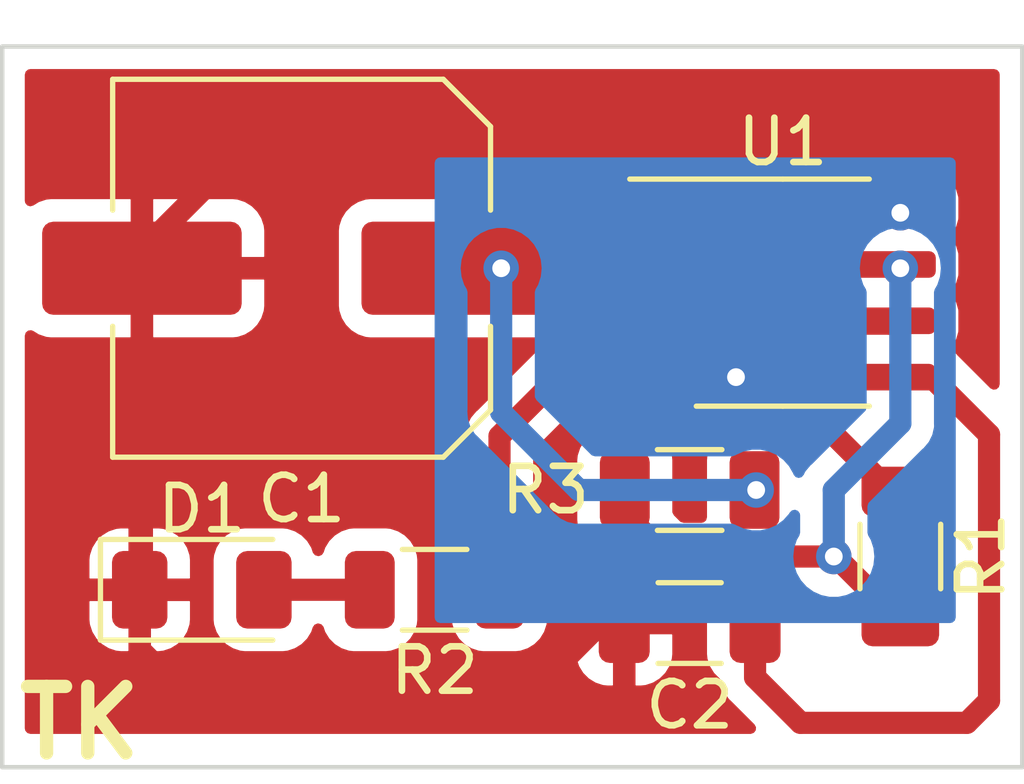
<source format=kicad_pcb>
(kicad_pcb (version 20211014) (generator pcbnew)
  (layers (0 "F.Cu" signal) (31 "B.Cu" signal) (34 "B.Paste" user) (35 "F.Paste" user) (36 "B.SilkS" user "B.Silkscreen") (37 "F.SilkS" user "F.Silkscreen") (38 "B.Mask" user) (39 "F.Mask" user) (44 "Edge.Cuts" user))
  (net 0 "")
  (net 1 "Net-(C1-Pad1)")
  (net 2 "GND")
  (net 3 "Net-(C2-Pad1)")
  (net 4 "Net-(D1-Pad2)")
  (net 5 "+9V")
  (net 6 "Net-(R1-Pad2)")
  (net 7 "Net-(R2-Pad1)")
  (footprint "Capacitor_SMD:C_1206_3216Metric" (layer "F.Cu") (at 139.25 96.25 180)
    (fp_text reference "C2" (at 0 -1.85) (layer "F.SilkS"))
    (fp_text value "C")
    (fp_line (start -0.711252 -0.91) (end 0.711252 -0.91) (layer "F.SilkS") (width 0.12))
    (fp_line (start -0.711252 0.91) (end 0.711252 0.91) (layer "F.SilkS") (width 0.12))
    (pad "1" smd roundrect (at -1.475 0 180) (size 1.15 1.8) (layers "F.Cu" "F.Paste" "F.Mask") (roundrect_rratio 0.2173913043) (net 3 "Net-(C2-Pad1)"))
    (pad "2" smd roundrect (at 1.475 0 180) (size 1.15 1.8) (layers "F.Cu" "F.Paste" "F.Mask") (roundrect_rratio 0.2173913043) (net 2 "GND"))
  )
  (footprint "LED_SMD:LED_1206_3216Metric" (layer "F.Cu") (at 128.25 95.5)
    (fp_text reference "D1" (at 0 -1.82) (layer "F.SilkS"))
    (fp_text value "LED")
    (fp_line (start 1.6 -1.135) (end -2.285 -1.135) (layer "F.SilkS") (width 0.12))
    (fp_line (start -2.285 1.135) (end 1.6 1.135) (layer "F.SilkS") (width 0.12))
    (fp_line (start -2.285 -1.135) (end -2.285 1.135) (layer "F.SilkS") (width 0.12))
    (pad "1" smd roundrect (at -1.4 0) (size 1.25 1.75) (layers "F.Cu" "F.Paste" "F.Mask") (roundrect_rratio 0.2) (net 2 "GND"))
    (pad "2" smd roundrect (at 1.4 0) (size 1.25 1.75) (layers "F.Cu" "F.Paste" "F.Mask") (roundrect_rratio 0.2) (net 4 "Net-(D1-Pad2)"))
  )
  (footprint "Package_SO:SOIC-8_3.9x4.9mm_P1.27mm" (layer "F.Cu") (at 141.35 88.8)
    (fp_text reference "U1" (at 0 -3.4) (layer "F.SilkS"))
    (fp_text value "LM555xM")
    (fp_line (start 0 2.56) (end 1.95 2.56) (layer "F.SilkS") (width 0.12))
    (fp_line (start 0 -2.56) (end -3.45 -2.56) (layer "F.SilkS") (width 0.12))
    (fp_line (start 0 2.56) (end -1.95 2.56) (layer "F.SilkS") (width 0.12))
    (fp_line (start 0 -2.56) (end 1.95 -2.56) (layer "F.SilkS") (width 0.12))
    (pad "1" smd roundrect (at -2.475 -1.905) (size 1.95 0.6) (layers "F.Cu" "F.Paste" "F.Mask") (net 2 "GND"))
    (pad "2" smd roundrect (at -2.475 -0.635) (size 1.95 0.6) (layers "F.Cu" "F.Paste" "F.Mask") (net 1 "Net-(C1-Pad1)"))
    (pad "3" smd roundrect (at -2.475 0.635) (size 1.95 0.6) (layers "F.Cu" "F.Paste" "F.Mask") (net 7 "Net-(R2-Pad1)"))
    (pad "4" smd roundrect (at -2.475 1.905) (size 1.95 0.6) (layers "F.Cu" "F.Paste" "F.Mask") (net 5 "+9V"))
    (pad "5" smd roundrect (at 2.475 1.905) (size 1.95 0.6) (layers "F.Cu" "F.Paste" "F.Mask") (net 3 "Net-(C2-Pad1)"))
    (pad "6" smd roundrect (at 2.475 0.635) (size 1.95 0.6) (layers "F.Cu" "F.Paste" "F.Mask") (net 1 "Net-(C1-Pad1)"))
    (pad "7" smd roundrect (at 2.475 -0.635) (size 1.95 0.6) (layers "F.Cu" "F.Paste" "F.Mask") (net 6 "Net-(R1-Pad2)"))
    (pad "8" smd roundrect (at 2.475 -1.905) (size 1.95 0.6) (layers "F.Cu" "F.Paste" "F.Mask") (net 5 "+9V"))
  )
  (footprint "Resistor_SMD:R_1206_3216Metric" (layer "F.Cu") (at 133.5 95.5 180)
    (fp_text reference "R2" (at 0 -1.82) (layer "F.SilkS"))
    (fp_text value "R")
    (fp_line (start -0.727064 -0.91) (end 0.727064 -0.91) (layer "F.SilkS") (width 0.12))
    (fp_line (start -0.727064 0.91) (end 0.727064 0.91) (layer "F.SilkS") (width 0.12))
    (pad "1" smd roundrect (at -1.4625 0 180) (size 1.125 1.75) (layers "F.Cu" "F.Paste" "F.Mask") (roundrect_rratio 0.2222222222) (net 7 "Net-(R2-Pad1)"))
    (pad "2" smd roundrect (at 1.4625 0 180) (size 1.125 1.75) (layers "F.Cu" "F.Paste" "F.Mask") (roundrect_rratio 0.2222222222) (net 4 "Net-(D1-Pad2)"))
  )
  (footprint "Resistor_SMD:R_1206_3216Metric" (layer "F.Cu") (at 139.25 93.25)
    (fp_text reference "R3" (at -3.25 0) (layer "F.SilkS"))
    (fp_text value "R")
    (fp_line (start -0.727064 -0.91) (end 0.727064 -0.91) (layer "F.SilkS") (width 0.12))
    (fp_line (start -0.727064 0.91) (end 0.727064 0.91) (layer "F.SilkS") (width 0.12))
    (pad "1" smd roundrect (at -1.4625 0) (size 1.125 1.75) (layers "F.Cu" "F.Paste" "F.Mask") (roundrect_rratio 0.2222222222) (net 6 "Net-(R1-Pad2)"))
    (pad "2" smd roundrect (at 1.4625 0) (size 1.125 1.75) (layers "F.Cu" "F.Paste" "F.Mask") (roundrect_rratio 0.2222222222) (net 1 "Net-(C1-Pad1)"))
  )
  (footprint "Capacitor_SMD:C_Elec_8x10.2" (layer "F.Cu") (at 130.5 88.25 180)
    (fp_text reference "C1" (at 0 -5.2) (layer "F.SilkS"))
    (fp_text value "C")
    (fp_line (start -4.26 -3.195563) (end -4.26 -1.31) (layer "F.SilkS") (width 0.12))
    (fp_line (start -4.26 3.195563) (end -4.26 1.31) (layer "F.SilkS") (width 0.12))
    (fp_line (start -4.26 -3.195563) (end -3.195563 -4.26) (layer "F.SilkS") (width 0.12))
    (fp_line (start -3.195563 4.26) (end 4.26 4.26) (layer "F.SilkS") (width 0.12))
    (fp_line (start -3.195563 -4.26) (end 4.26 -4.26) (layer "F.SilkS") (width 0.12))
    (fp_line (start -4.26 3.195563) (end -3.195563 4.26) (layer "F.SilkS") (width 0.12))
    (fp_line (start 4.26 4.26) (end 4.26 1.31) (layer "F.SilkS") (width 0.12))
    (fp_line (start 4.26 -4.26) (end 4.26 -1.31) (layer "F.SilkS") (width 0.12))
    (pad "1" smd roundrect (at -3.6 0 180) (size 4.5 2.1) (layers "F.Cu" "F.Paste" "F.Mask") (roundrect_rratio 0.1190480952) (net 1 "Net-(C1-Pad1)"))
    (pad "2" smd roundrect (at 3.6 0 180) (size 4.5 2.1) (layers "F.Cu" "F.Paste" "F.Mask") (roundrect_rratio 0.1190480952) (net 2 "GND"))
  )
  (footprint "Resistor_SMD:R_1206_3216Metric" (layer "F.Cu") (at 144 94.75 -90)
    (fp_text reference "R1" (at 0 -1.82 90) (layer "F.SilkS"))
    (fp_text value "R")
    (fp_line (start -0.727064 -0.91) (end 0.727064 -0.91) (layer "F.SilkS") (width 0.12))
    (fp_line (start -0.727064 0.91) (end 0.727064 0.91) (layer "F.SilkS") (width 0.12))
    (pad "1" smd roundrect (at -1.4625 0 270) (size 1.125 1.75) (layers "F.Cu" "F.Paste" "F.Mask") (roundrect_rratio 0.2222222222) (net 5 "+9V"))
    (pad "2" smd roundrect (at 1.4625 0 270) (size 1.125 1.75) (layers "F.Cu" "F.Paste" "F.Mask") (roundrect_rratio 0.2222222222) (net 6 "Net-(R1-Pad2)"))
  )
  (gr_poly (pts (xy 146.75 99.5) (xy 123.75 99.5) (xy 123.75 83.25) (xy 146.75 83.25)) (layer "Edge.Cuts") (width 0.1) (fill none))
  (gr_text "TK\n" (at 125.5 98.5) (layer "F.SilkS") (effects (font (size 1.5 1.5) (thickness 0.3))))
  (segment (start 138.875 88.165) (end 140.415 88.165) (width 0.5) (layer "F.Cu") (net 1))
  (segment (start 141.75 89.5) (end 143.76 89.5) (width 0.5) (layer "F.Cu") (net 1))
  (segment (start 138.79 88.25) (end 138.875 88.165) (width 0.5) (layer "F.Cu") (net 1))
  (segment (start 140.415 88.165) (end 141.75 89.5) (width 0.5) (layer "F.Cu") (net 1))
  (segment (start 134.1 88.25) (end 135 88.25) (width 0.5) (layer "F.Cu") (net 1))
  (segment (start 135 88.25) (end 138.79 88.25) (width 0.5) (layer "F.Cu") (net 1))
  (segment (start 143.76 89.5) (end 143.825 89.435) (width 0.5) (layer "F.Cu") (net 1))
  (via (at 135 88.25) (size 0.8) (drill 0.4) (layers "F.Cu" "B.Cu") (net 1))
  (via (at 140.75 93.25) (size 0.8) (drill 0.4) (layers "F.Cu" "B.Cu") (net 1))
  (segment (start 135 91.5) (end 135 88.25) (width 0.5) (layer "B.Cu") (net 1))
  (segment (start 140.75 93.25) (end 136.75 93.25) (width 0.5) (layer "B.Cu") (net 1))
  (segment (start 136.75 93.25) (end 135 91.5) (width 0.5) (layer "B.Cu") (net 1))
  (segment (start 126.85 96.85) (end 127.5 97.5) (width 0.5) (layer "F.Cu") (net 2))
  (segment (start 126.9 87.85) (end 126.9 88.25) (width 0.5) (layer "F.Cu") (net 2))
  (segment (start 138.875 86.895) (end 138.875 86.125) (width 0.5) (layer "F.Cu") (net 2))
  (segment (start 138 85.25) (end 129.5 85.25) (width 0.5) (layer "F.Cu") (net 2))
  (segment (start 127.5 97.5) (end 136 97.5) (width 0.5) (layer "F.Cu") (net 2))
  (segment (start 126.9 95.45) (end 126.85 95.5) (width 0.5) (layer "F.Cu") (net 2))
  (segment (start 129.5 85.25) (end 126.9 87.85) (width 0.5) (layer "F.Cu") (net 2))
  (segment (start 138.875 86.125) (end 138 85.25) (width 0.5) (layer "F.Cu") (net 2))
  (segment (start 126.85 95.5) (end 126.85 96.85) (width 0.5) (layer "F.Cu") (net 2))
  (segment (start 136 97.5) (end 137.25 96.25) (width 0.5) (layer "F.Cu") (net 2))
  (segment (start 126.9 88.25) (end 126.9 95.45) (width 0.5) (layer "F.Cu") (net 2))
  (segment (start 137.25 96.25) (end 137.775 96.25) (width 0.5) (layer "F.Cu") (net 2))
  (segment (start 140.725 96.25) (end 140.725 97.475) (width 0.5) (layer "F.Cu") (net 3))
  (segment (start 146 92) (end 144.705 90.705) (width 0.5) (layer "F.Cu") (net 3))
  (segment (start 144.705 90.705) (end 143.825 90.705) (width 0.5) (layer "F.Cu") (net 3))
  (segment (start 141.75 98.5) (end 145.5 98.5) (width 0.5) (layer "F.Cu") (net 3))
  (segment (start 145.5 98.5) (end 146 98) (width 0.5) (layer "F.Cu") (net 3))
  (segment (start 146 98) (end 146 92) (width 0.5) (layer "F.Cu") (net 3))
  (segment (start 140.725 97.475) (end 141.75 98.5) (width 0.5) (layer "F.Cu") (net 3))
  (segment (start 129.65 95.5) (end 132.0375 95.5) (width 0.5) (layer "F.Cu") (net 4))
  (segment (start 140.295 90.705) (end 141.205 90.705) (width 0.5) (layer "F.Cu") (net 5))
  (segment (start 141.205 90.705) (end 143.7875 93.2875) (width 0.5) (layer "F.Cu") (net 5))
  (segment (start 138.875 90.705) (end 140.295 90.705) (width 0.5) (layer "F.Cu") (net 5))
  (segment (start 143.7875 93.2875) (end 144 93.2875) (width 0.5) (layer "F.Cu") (net 5))
  (via (at 144 87) (size 0.8) (drill 0.4) (layers "F.Cu" "B.Cu") (net 5))
  (via (at 140.295 90.705) (size 0.8) (drill 0.4) (layers "F.Cu" "B.Cu") (net 5))
  (segment (start 142 87) (end 140.295 88.705) (width 0.5) (layer "B.Cu") (net 5))
  (segment (start 140.295 88.705) (end 140.295 90.705) (width 0.5) (layer "B.Cu") (net 5))
  (segment (start 144 87) (end 142 87) (width 0.5) (layer "B.Cu") (net 5))
  (segment (start 138.75 94.75) (end 142.5 94.75) (width 0.5) (layer "F.Cu") (net 6))
  (segment (start 142.5375 94.75) (end 144 96.2125) (width 0.5) (layer "F.Cu") (net 6))
  (segment (start 137.7875 93.7875) (end 138.75 94.75) (width 0.5) (layer "F.Cu") (net 6))
  (segment (start 142.5 94.75) (end 142.5375 94.75) (width 0.5) (layer "F.Cu") (net 6))
  (segment (start 137.7875 93.25) (end 137.7875 93.7875) (width 0.5) (layer "F.Cu") (net 6))
  (via (at 142.5 94.75) (size 0.8) (drill 0.4) (layers "F.Cu" "B.Cu") (net 6))
  (via (at 144 88.25) (size 0.8) (drill 0.4) (layers "F.Cu" "B.Cu") (net 6))
  (segment (start 142.5 93.25) (end 142.5 94.75) (width 0.5) (layer "B.Cu") (net 6))
  (segment (start 144 91.75) (end 142.5 93.25) (width 0.5) (layer "B.Cu") (net 6))
  (segment (start 144 88.25) (end 144 91.75) (width 0.5) (layer "B.Cu") (net 6))
  (segment (start 134.9625 95.5) (end 134.9625 92.0375) (width 0.5) (layer "F.Cu") (net 7))
  (segment (start 134.9625 92.0375) (end 137.565 89.435) (width 0.5) (layer "F.Cu") (net 7))
  (segment (start 137.565 89.435) (end 138.875 89.435) (width 0.5) (layer "F.Cu") (net 7))
  (zone (net 2) (net_name "GND") (layer "F.Cu") (connect_pads (clearance 0.508)) (min_thickness 0.254) (fill yes (thermal_gap 0.508) (thermal_bridge_width 0.508))
    (polygon (pts (xy 146.5 98.75) (xy 124.25 98.75) (xy 124.25 83.5) (xy 146.5 83.5)))
  )
  (zone (net 5) (net_name "+9V") (layer "B.Cu") (connect_pads (clearance 0.508)) (min_thickness 0.254) (fill yes (thermal_gap 0.508) (thermal_bridge_width 0.508))
    (polygon (pts (xy 145.25 96.25) (xy 133.5 96.25) (xy 133.5 85.75) (xy 145.25 85.75)))
  )
)
</source>
